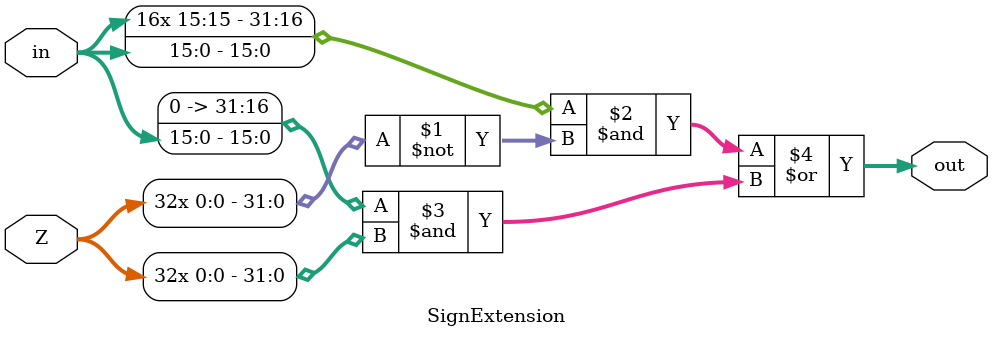
<source format=v>
`timescale 1ns / 1ps
module SignExtension(in, out, Z);

    /* A 16-Bit input word */
    input [15:0] in;
    input Z;
    
    /* A 32-Bit output word */
    output [31:0] out;
    
    /* Fill in the implementation here ... */
    assign out = ({{16{in[15]}}, {in[15:0]}} & ~{32{Z}}) | ({16'h0000, {in[15:0]}} & {32{Z}});

endmodule

</source>
